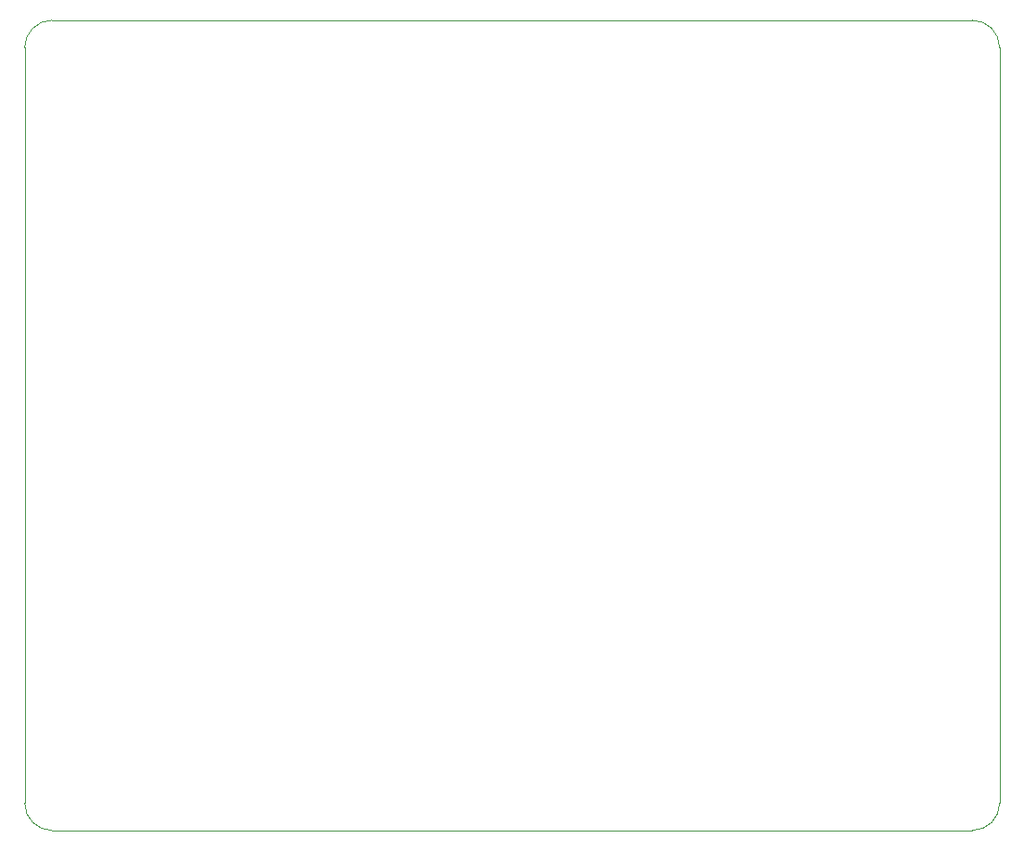
<source format=gbr>
%TF.GenerationSoftware,KiCad,Pcbnew,9.0.0*%
%TF.CreationDate,2025-05-09T17:06:21-07:00*%
%TF.ProjectId,Motor_Controller_Board_v1,4d6f746f-725f-4436-9f6e-74726f6c6c65,v1*%
%TF.SameCoordinates,Original*%
%TF.FileFunction,Profile,NP*%
%FSLAX46Y46*%
G04 Gerber Fmt 4.6, Leading zero omitted, Abs format (unit mm)*
G04 Created by KiCad (PCBNEW 9.0.0) date 2025-05-09 17:06:21*
%MOMM*%
%LPD*%
G01*
G04 APERTURE LIST*
%TA.AperFunction,Profile*%
%ADD10C,0.050000*%
%TD*%
G04 APERTURE END LIST*
D10*
X106470000Y-77430000D02*
X106470000Y-146430000D01*
X108970000Y-148930000D02*
X192970000Y-148930000D01*
X195470000Y-146430000D02*
G75*
G02*
X192970000Y-148930000I-2500000J0D01*
G01*
X108970000Y-148930000D02*
G75*
G02*
X106470000Y-146430000I0J2500000D01*
G01*
X192970000Y-74930000D02*
G75*
G02*
X195470000Y-77430000I0J-2500000D01*
G01*
X195470000Y-146430000D02*
X195470000Y-77430000D01*
X192970000Y-74930000D02*
X108970000Y-74930000D01*
X106470000Y-77430000D02*
G75*
G02*
X108970000Y-74930000I2500000J0D01*
G01*
M02*

</source>
